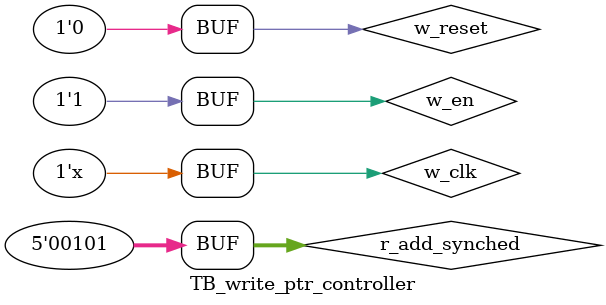
<source format=v>
module TB_write_ptr_controller();
	
	reg w_clk, w_en, w_reset;
	reg [4:0]r_add_synched;
	wire [4:0]w_add, w_add_gray_synch;
	wire full;
	
	write_ptr_controller UUT(
						w_clk,
						w_en,
						w_reset,
						r_add_synched, // comes from read_ptr_controller(in binary after synchronization with wclk)
						w_add, 	// goes to FIFO mem
						w_add_gray_synch, // goes to read_ptr_controller
						full
					);
	
	initial begin
		w_clk = 1'b0; w_en = 1'b0; w_reset = 1'b0; r_add_synched = 5'd0; // should stop at 5'd16		
		#5  w_reset = 1'b1;
		#1  w_en = 1'b01;
		#20 w_reset = 1'b0;
		#60 w_en = 1'b0;
		#30 w_en = 1'b01;
		#300 w_reset = 1'b1;
		#15 w_reset = 1'b0; r_add_synched = 5'd5; // should stop at 5'd21
	end
	
	always w_clk = #5 ~w_clk;
	
endmodule
</source>
